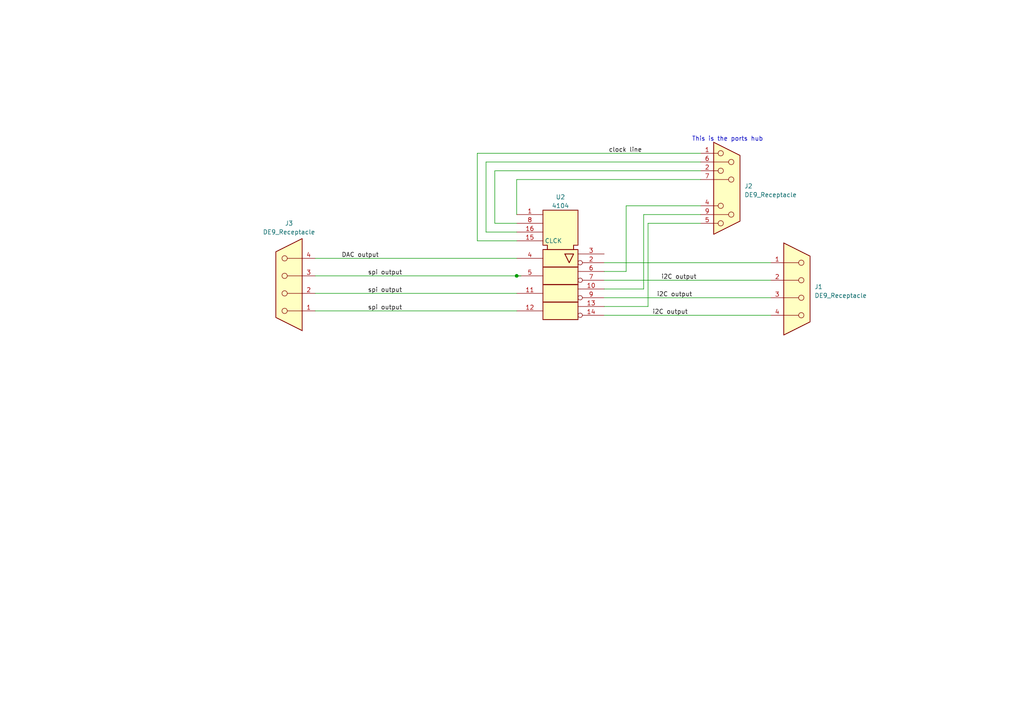
<source format=kicad_sch>
(kicad_sch (version 20230121) (generator eeschema)
  (paper "A4")
  (lib_symbols
    (symbol "4xxx_IEEE:4104"
      (property "Reference" "U2" (at 0 19.05 0))
      (property "Value" "4104" (at 0 16.51 0))
      (symbol "4104_0_0"
        (rectangle (start -5.08 -11.43) (end 5.08 -16.51) (stroke (width 0.254)) (fill (type background)))
        (rectangle (start -5.08 -6.35) (end 5.08 -11.43) (stroke (width 0.254)) (fill (type background)))
        (rectangle (start -5.08 -1.27) (end 5.08 -6.35) (stroke (width 0.254)) (fill (type background)))
        (rectangle (start -5.08 3.81) (end 5.08 -1.27) (stroke (width 0.254)) (fill (type background)))
        (polyline (pts (xy 1.27 2.54) (xy 3.81 2.54) (xy 2.54 0) (xy 1.27 2.54) (xy 1.27 2.54)) (stroke (width 0.254)) (fill (type background)))
        (polyline (pts (xy -3.81 3.81) (xy -3.81 5.08) (xy -5.08 5.08) (xy -5.08 15.24) (xy 5.08 15.24) (xy 5.08 5.08) (xy 3.81 5.08) (xy 3.81 3.81) (xy 3.81 3.81)) (stroke (width 0.254)) (fill (type background)))
      )
      (symbol "4104_1_1"
        (pin power_in line (at -12.7 13.97 0) (length 7.62) (name "") (number "1"))
        (pin output line (at 12.7 -7.62 180) (length 7.62) (name "~") (number "10"))
        (pin input line (at -12.7 -8.89 0) (length 7.62) (name "~") (number "11"))
        (pin input line (at -12.7 -13.97 0) (length 7.62) (name "~") (number "12"))
        (pin output line (at 12.7 -12.7 180) (length 7.62) (name "~") (number "13"))
        (pin output inverted (at 12.7 -15.24 180) (length 7.62) (name "~") (number "14"))
        (pin input line (at -12.7 6.35 0) (length 7.62) (name "CLCK") (number "15"))
        (pin input line (at -12.7 8.89 0) (length 7.62) (name "") (number "16"))
        (pin output inverted (at 12.7 0 180) (length 7.62) (name "~") (number "2"))
        (pin output line (at 12.7 2.54 180) (length 7.62) (name "~") (number "3"))
        (pin input line (at -12.7 1.27 0) (length 7.62) (name "~") (number "4"))
        (pin input line (at -12.7 -3.81 0) (length 7.62) (name "~") (number "5"))
        (pin output line (at 12.7 -2.54 180) (length 7.62) (name "~") (number "6"))
        (pin output inverted (at 12.7 -5.08 180) (length 7.62) (name "~") (number "7"))
        (pin input line (at -12.7 11.43 0) (length 7.62) (name "") (number "8"))
        (pin output inverted (at 12.7 -10.16 180) (length 7.62) (name "~") (number "9"))
      )
    )
    (symbol "Connector:DE9_Receptacle" (pin_names (offset 1.016) hide)
      (property "Reference" "J2" (at 5.08 0.635 0))
      (property "Value" "DE9_Receptacle" (at 5.08 -1.905 0))
      (symbol "DE9_Receptacle_0_1"
        (circle (center -1.778 -10.16) (radius 0.762))
        (circle (center -1.778 -5.08) (radius 0.762))
        (circle (center -1.778 5.08) (radius 0.762))
        (circle (center -1.778 10.16) (radius 0.762))
        (polyline (pts (xy -3.81 -10.16) (xy -2.54 -10.16)))
        (polyline (pts (xy -3.81 -7.62) (xy 0.508 -7.62)))
        (polyline (pts (xy -3.81 -5.08) (xy -2.54 -5.08)))
        (polyline (pts (xy -3.81 2.54) (xy 0.508 2.54)))
        (polyline (pts (xy -3.81 5.08) (xy -2.54 5.08)))
        (polyline (pts (xy -3.81 7.62) (xy 0.508 7.62)))
        (polyline (pts (xy -3.81 10.16) (xy -2.54 10.16)))
        (polyline (pts (xy -3.81 13.335) (xy -3.81 -13.335) (xy 3.81 -9.525) (xy 3.81 9.525) (xy -3.81 13.335)) (stroke (width 0.254)) (fill (type background)))
        (circle (center 1.27 -7.62) (radius 0.762))
        (circle (center 1.27 2.54) (radius 0.762))
        (circle (center 1.27 7.62) (radius 0.762))
      )
      (symbol "DE9_Receptacle_1_1"
        (pin passive line (at -7.62 10.16 0) (length 3.81) (name "1") (number "1"))
        (pin passive line (at -7.62 5.08 0) (length 3.81) (name "2") (number "2"))
        (pin passive line (at -7.62 -5.08 0) (length 3.81) (name "4") (number "4"))
        (pin passive line (at -7.62 -10.16 0) (length 3.81) (name "5") (number "5"))
        (pin passive line (at -7.62 7.62 0) (length 3.81) (name "6") (number "6"))
        (pin passive line (at -7.62 2.54 0) (length 3.81) (name "7") (number "7"))
        (pin passive line (at -7.62 -7.62 0) (length 3.81) (name "9") (number "9"))
      )
    )
    (symbol "Custom spi connector:Custom_SPI_female" (pin_names (offset 1.016) hide)
      (property "Reference" "J" (at 0 13.97 0))
      (property "Value" "DE9_Receptacle" (at 0 -14.605 0))
      (symbol "Custom_SPI_female_0_1"
        (polyline (pts (xy -3.81 -7.62) (xy 0.508 -7.62)))
        (polyline (pts (xy -3.81 -2.54) (xy 0.508 -2.54)))
        (polyline (pts (xy -3.81 2.54) (xy 0.508 2.54)))
        (polyline (pts (xy -3.81 7.62) (xy 0.508 7.62)))
        (polyline (pts (xy -3.81 13.335) (xy -3.81 -13.335) (xy 3.81 -9.525) (xy 3.81 9.525) (xy -3.81 13.335)) (stroke (width 0.254)) (fill (type background)))
        (circle (center 1.27 -7.62) (radius 0.762))
        (circle (center 1.27 -2.54) (radius 0.762))
        (circle (center 1.27 2.54) (radius 0.762))
        (circle (center 1.27 7.62) (radius 0.762))
      )
      (symbol "Custom_SPI_female_1_1"
        (pin input line (at -7.62 7.62 0) (length 3.81) (name "SPI_input") (number "1"))
        (pin input line (at -7.62 2.54 0) (length 3.81) (name "SPI_input") (number "2"))
        (pin input line (at -7.62 -2.54 0) (length 3.81) (name "SPI_input") (number "3"))
        (pin input line (at -7.62 -7.62 0) (length 3.81) (name "ADC_input") (number "4"))
      )
    )
  )
  (junction (at 149.86 80.01))
  (wire (pts (xy 175.26 91.44) (xy 223.52 91.44)))
  (wire (pts (xy 186.69 83.82) (xy 186.69 62.23)))
  (wire (pts (xy 91.44 90.17) (xy 149.86 90.17)))
  (wire (pts (xy 187.96 64.77) (xy 187.96 88.9)))
  (wire (pts (xy 181.61 78.74) (xy 175.26 78.74)))
  (wire (pts (xy 175.26 81.28) (xy 223.52 81.28)))
  (wire (pts (xy 138.43 44.45) (xy 203.2 44.45)))
  (wire (pts (xy 187.96 88.9) (xy 175.26 88.9)))
  (wire (pts (xy 143.51 49.53) (xy 203.2 49.53)))
  (wire (pts (xy 149.86 64.77) (xy 143.51 64.77)))
  (wire (pts (xy 91.44 80.01) (xy 149.86 80.01)))
  (wire (pts (xy 175.26 83.82) (xy 186.69 83.82)))
  (wire (pts (xy 203.2 59.69) (xy 181.61 59.69)))
  (wire (pts (xy 91.44 74.93) (xy 149.86 74.93)))
  (wire (pts (xy 181.61 59.69) (xy 181.61 78.74)))
  (wire (pts (xy 203.2 52.07) (xy 149.86 52.07)))
  (wire (pts (xy 175.26 76.2) (xy 223.52 76.2)))
  (wire (pts (xy 140.97 46.99) (xy 203.2 46.99)))
  (wire (pts (xy 175.26 86.36) (xy 223.52 86.36)))
  (wire (pts (xy 143.51 64.77) (xy 143.51 49.53)))
  (wire (pts (xy 149.86 69.85) (xy 138.43 69.85)))
  (wire (pts (xy 140.97 46.99) (xy 140.97 67.31)))
  (wire (pts (xy 203.2 64.77) (xy 187.96 64.77)))
  (wire (pts (xy 140.97 67.31) (xy 149.86 67.31)))
  (wire (pts (xy 186.69 62.23) (xy 203.2 62.23)))
  (wire (pts (xy 91.44 85.09) (xy 149.86 85.09)))
  (wire (pts (xy 149.86 52.07) (xy 149.86 62.23)))
  (wire (pts (xy 138.43 69.85) (xy 138.43 44.45)))
  (wire (pts (xy 149.86 80.01) (xy 151.13 80.01)))
  (text "This is the ports hub\n\n" (at 200.66 43.18 0) (effects (font (size 1.27 1.27)) (justify left bottom)))
  (label "DAC output" (at 99.06 74.93 0))
  (label "i2C output" (at 189.23 91.44 0))
  (label "spi output" (at 106.68 85.09 0))
  (label "i2C output" (at 191.77 81.28 0))
  (label "i2C output" (at 190.5 86.36 0))
  (label "spi output" (at 106.68 90.17 0))
  (label "clock line" (at 176.53 44.45 0))
  (label "spi output" (at 106.68 80.01 0))
  (symbol (lib_id "Connector:DE9_Receptacle") (at 210.82 54.61 0) (unit 1)
    (property "Reference" "J2" (at 215.9 53.975 0) (effects (justify left)))
    (property "Value" "DE9_Receptacle" (at 215.9 56.515 0) (effects (justify left)))
    (property "Datasheet" " ~" (effects hide))
  )
  (symbol (lib_id "Custom spi connector:Custom_SPI_female") (at 83.82 82.55 180) (unit 1)
    (property "Reference" "J3" (at 83.82 64.77 0))
    (property "Value" "DE9_Receptacle" (at 83.82 67.31 0))
    (property "Datasheet" " ~" (effects hide))
  )
  (symbol (lib_id "Custom spi connector:Custom_SPI_female") (at 231.14 83.82 0) (unit 1)
    (property "Reference" "J1" (at 236.22 83.185 0) (effects (justify left)))
    (property "Value" "DE9_Receptacle" (at 236.22 85.725 0) (effects (justify left)))
    (property "Datasheet" " ~" (effects hide))
  )
  (symbol (lib_id "4xxx_IEEE:4104") (at 162.56 76.2 0) (unit 1)
    (property "Reference" "U2" (at 162.56 57.15 0))
    (property "Value" "4104" (at 162.56 59.69 0))
  )
)
</source>
